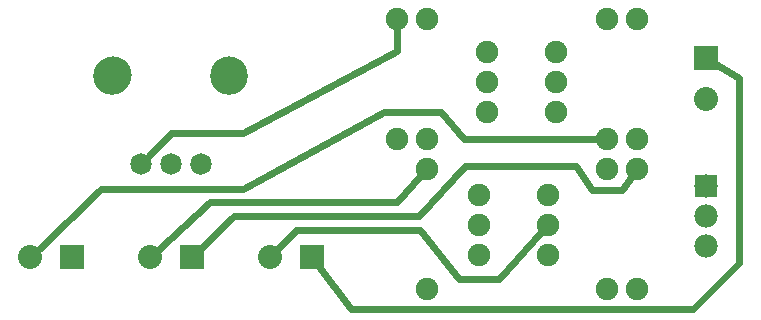
<source format=gbl>
G04 MADE WITH FRITZING*
G04 WWW.FRITZING.ORG*
G04 DOUBLE SIDED*
G04 HOLES PLATED*
G04 CONTOUR ON CENTER OF CONTOUR VECTOR*
%ASAXBY*%
%FSLAX23Y23*%
%MOIN*%
%OFA0B0*%
%SFA1.0B1.0*%
%ADD10C,0.075000*%
%ADD11C,0.080000*%
%ADD12C,0.071889*%
%ADD13C,0.071917*%
%ADD14C,0.124033*%
%ADD15C,0.078000*%
%ADD16C,0.125984*%
%ADD17R,0.080000X0.080000*%
%ADD18R,0.078000X0.078000*%
%ADD19C,0.024000*%
%LNCOPPER0*%
G90*
G70*
G54D10*
X1578Y518D03*
X1578Y118D03*
X1577Y618D03*
X1577Y1018D03*
X2278Y118D03*
X2278Y518D03*
X2277Y1018D03*
X2277Y618D03*
X1477Y618D03*
X1477Y1018D03*
X2177Y1018D03*
X2177Y618D03*
X2178Y118D03*
X2178Y518D03*
G54D11*
X2508Y887D03*
X2508Y749D03*
G54D10*
X1749Y231D03*
X1749Y331D03*
X1749Y431D03*
X1979Y231D03*
X1979Y331D03*
X1979Y431D03*
X1776Y906D03*
X1776Y806D03*
X1776Y706D03*
X2006Y906D03*
X2006Y806D03*
X2006Y706D03*
G54D12*
X623Y534D03*
X723Y534D03*
G54D13*
X823Y534D03*
G54D14*
X529Y830D03*
X918Y830D03*
G54D15*
X2508Y461D03*
X2508Y361D03*
X2508Y261D03*
G54D11*
X792Y223D03*
X655Y223D03*
X392Y223D03*
X254Y223D03*
X1192Y224D03*
X1054Y224D03*
G54D16*
X527Y828D03*
X917Y828D03*
G54D17*
X2508Y887D03*
G54D18*
X2508Y461D03*
G54D17*
X792Y223D03*
X392Y223D03*
X1192Y224D03*
G54D19*
X2073Y526D02*
X1703Y526D01*
D02*
X1549Y359D02*
X933Y359D01*
D02*
X1703Y526D02*
X1549Y359D01*
D02*
X2127Y446D02*
X2073Y526D01*
D02*
X2227Y446D02*
X2127Y446D01*
D02*
X933Y359D02*
X815Y244D01*
D02*
X2261Y495D02*
X2227Y446D01*
D02*
X1477Y910D02*
X1477Y990D01*
D02*
X963Y637D02*
X1477Y910D01*
D02*
X722Y637D02*
X963Y637D01*
D02*
X647Y558D02*
X722Y637D01*
D02*
X1478Y408D02*
X852Y408D01*
D02*
X852Y408D02*
X677Y244D01*
D02*
X1558Y497D02*
X1478Y408D01*
D02*
X1139Y313D02*
X1076Y246D01*
D02*
X1552Y313D02*
X1139Y313D01*
D02*
X1684Y149D02*
X1552Y313D01*
D02*
X1816Y149D02*
X1684Y149D01*
D02*
X1960Y310D02*
X1816Y149D01*
D02*
X962Y451D02*
X489Y451D01*
D02*
X489Y451D02*
X276Y244D01*
D02*
X1622Y708D02*
X1433Y708D01*
D02*
X1700Y618D02*
X1622Y708D01*
D02*
X1433Y708D02*
X962Y451D01*
D02*
X2148Y618D02*
X1700Y618D01*
D02*
X1325Y51D02*
X1211Y199D01*
D02*
X2465Y51D02*
X1325Y51D01*
D02*
X2617Y205D02*
X2465Y51D01*
D02*
X2617Y819D02*
X2617Y205D01*
D02*
X2534Y871D02*
X2617Y819D01*
G04 End of Copper0*
M02*
</source>
